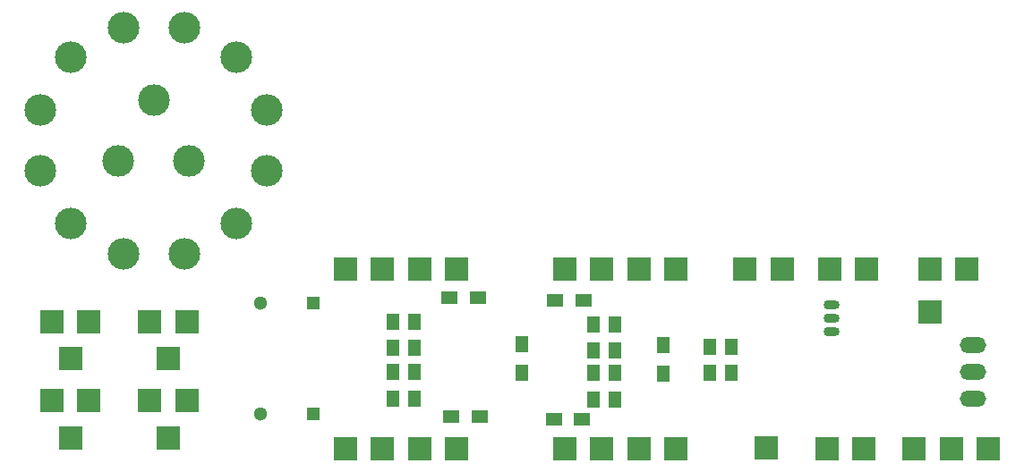
<source format=gbs>
G04 #@! TF.FileFunction,Soldermask,Bot*
%FSLAX46Y46*%
G04 Gerber Fmt 4.6, Leading zero omitted, Abs format (unit mm)*
G04 Created by KiCad (PCBNEW (2015-04-22 BZR 5620)-product) date 02/05/2015 11:23:22*
%MOMM*%
G01*
G04 APERTURE LIST*
%ADD10C,0.100000*%
%ADD11R,2.235200X2.235200*%
%ADD12R,1.300000X1.300000*%
%ADD13C,1.300000*%
%ADD14R,1.250000X1.500000*%
%ADD15R,1.500000X1.300000*%
%ADD16R,1.300000X1.500000*%
%ADD17O,3.000000X3.000000*%
%ADD18C,3.000000*%
%ADD19O,1.501140X0.899160*%
%ADD20O,2.499360X1.501140*%
G04 APERTURE END LIST*
D10*
D11*
X103500000Y-70750000D03*
X94250000Y-70750000D03*
D12*
X119000000Y-69000000D03*
D13*
X114000000Y-69000000D03*
D12*
X119000000Y-79500000D03*
D13*
X114000000Y-79500000D03*
D14*
X156500000Y-75600000D03*
X156500000Y-73100000D03*
X158500000Y-75600000D03*
X158500000Y-73100000D03*
X126500000Y-75500000D03*
X126500000Y-78000000D03*
X126500000Y-73250000D03*
X126500000Y-70750000D03*
X145500000Y-73500000D03*
X145500000Y-71000000D03*
X145500000Y-75600000D03*
X145500000Y-78100000D03*
X128500000Y-78000000D03*
X128500000Y-75500000D03*
X128500000Y-70750000D03*
X128500000Y-73250000D03*
X147500000Y-71000000D03*
X147500000Y-73500000D03*
X147500000Y-78100000D03*
X147500000Y-75600000D03*
D11*
X96000000Y-74250000D03*
X107000000Y-78250000D03*
X105250000Y-81750000D03*
X97750000Y-70750000D03*
X103500000Y-78250000D03*
X105250000Y-74250000D03*
X107000000Y-70750000D03*
X96000000Y-81750000D03*
X94250000Y-78250000D03*
X97750000Y-78250000D03*
X179300000Y-82800000D03*
X182800000Y-82800000D03*
X175800000Y-82800000D03*
X177300000Y-69800000D03*
X171030000Y-82740000D03*
X159800000Y-65760000D03*
X122000000Y-82750000D03*
X122000000Y-65750000D03*
X142750000Y-82750000D03*
X142750000Y-65750000D03*
X163300000Y-65760000D03*
X167540000Y-82740000D03*
X129000000Y-65750000D03*
X132500000Y-65750000D03*
X125500000Y-65750000D03*
X129000000Y-82750000D03*
X132500000Y-82750000D03*
X125500000Y-82750000D03*
X167800000Y-65800000D03*
X177300000Y-65800000D03*
X161800000Y-82700000D03*
X180800000Y-65800000D03*
X171300000Y-65800000D03*
X146250000Y-65750000D03*
X153250000Y-82750000D03*
X146250000Y-82750000D03*
X149750000Y-65750000D03*
X153250000Y-65750000D03*
X149750000Y-82750000D03*
D15*
X134500000Y-68500000D03*
X131800000Y-68500000D03*
X141800000Y-68750000D03*
X144500000Y-68750000D03*
X141700000Y-80000000D03*
X144400000Y-80000000D03*
D16*
X152100000Y-75650000D03*
X152100000Y-72950000D03*
X138700000Y-75600000D03*
X138700000Y-72900000D03*
D17*
X100985333Y-64308885D03*
X96009339Y-61435994D03*
X93136448Y-56460000D03*
X93136448Y-50714218D03*
X96009339Y-45738224D03*
X100985333Y-42865333D03*
X106731115Y-42865333D03*
X111707109Y-45738224D03*
X114580000Y-50714218D03*
X114580000Y-56460000D03*
X111707109Y-61435994D03*
X106731115Y-64308885D03*
D18*
X103858224Y-49737109D03*
X100524026Y-55512109D03*
X107192422Y-55512109D03*
D19*
X168000000Y-70430000D03*
X168000000Y-71700000D03*
X168000000Y-69160000D03*
D15*
X134700000Y-79750000D03*
X132000000Y-79750000D03*
D20*
X181400000Y-75540000D03*
X181400000Y-73000000D03*
X181400000Y-78080000D03*
M02*

</source>
